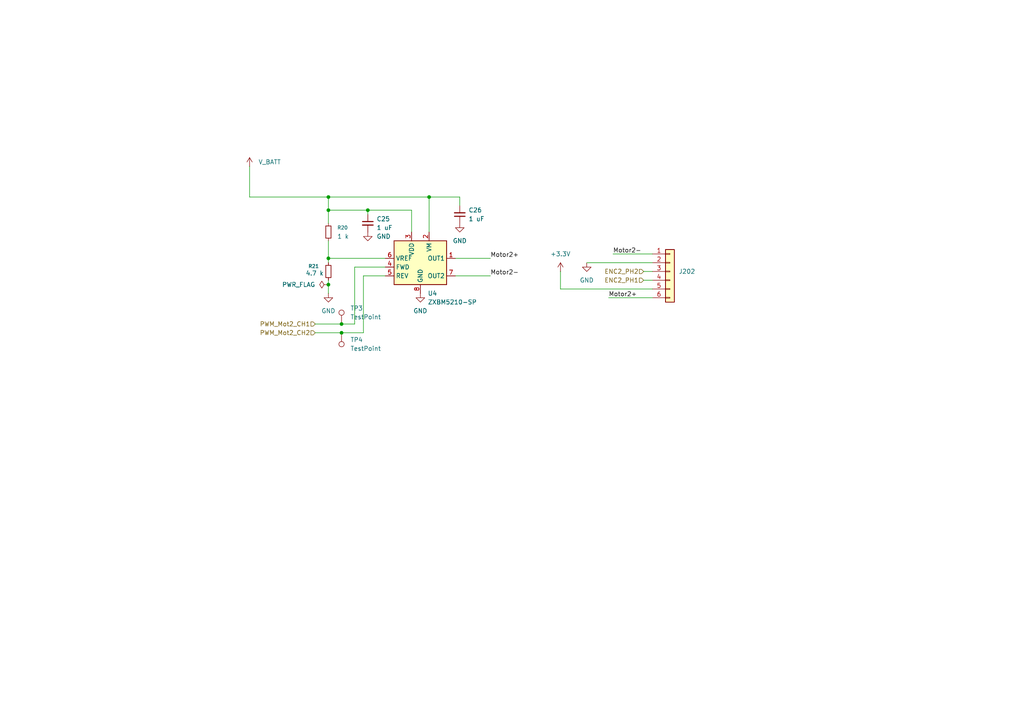
<source format=kicad_sch>
(kicad_sch (version 20250114) (generator "eeschema") (generator_version "9.0")
  (paper "A4")
  (lib_symbols
    (symbol "Connector:TestPoint" (pin_numbers (hide yes)) (pin_names (offset 0.762) (hide yes))
      (property "Reference" "TP" (at 0 6.858 0))
      (property "Value" "TestPoint" (at 0 5.08 0))
      (symbol "TestPoint_0_1"
        (circle (center 0 3.302) (radius 0.762))
      )
      (symbol "TestPoint_1_1"
        (pin passive line (at 0 0 90) (length 2.54) (name "1") (number "1"))
      )
    )
    (symbol "Connector_Generic:Conn_01x06" (pin_names (offset 1.016) (hide yes))
      (property "Reference" "J" (at 0 7.62 0))
      (property "Value" "Conn_01x06" (at 0 -10.16 0))
      (symbol "Conn_01x06_1_1"
        (rectangle (start -1.27 6.35) (end 1.27 -8.89) (stroke (width 0.254)) (fill (type background)))
        (rectangle (start -1.27 5.207) (end 0 4.953) (stroke (width 0.1524)))
        (rectangle (start -1.27 2.667) (end 0 2.413) (stroke (width 0.1524)))
        (rectangle (start -1.27 0.127) (end 0 -0.127) (stroke (width 0.1524)))
        (rectangle (start -1.27 -2.413) (end 0 -2.667) (stroke (width 0.1524)))
        (rectangle (start -1.27 -4.953) (end 0 -5.207) (stroke (width 0.1524)))
        (rectangle (start -1.27 -7.493) (end 0 -7.747) (stroke (width 0.1524)))
        (pin passive line (at -5.08 5.08 0) (length 3.81) (name "Pin_1") (number "1"))
        (pin passive line (at -5.08 2.54 0) (length 3.81) (name "Pin_2") (number "2"))
        (pin passive line (at -5.08 0 0) (length 3.81) (name "Pin_3") (number "3"))
        (pin passive line (at -5.08 -2.54 0) (length 3.81) (name "Pin_4") (number "4"))
        (pin passive line (at -5.08 -5.08 0) (length 3.81) (name "Pin_5") (number "5"))
        (pin passive line (at -5.08 -7.62 0) (length 3.81) (name "Pin_6") (number "6"))
      )
    )
    (symbol "Device:C_Small" (pin_numbers (hide yes)) (pin_names (offset 0.254) (hide yes))
      (property "Reference" "C" (at 0.254 1.778 0))
      (property "Value" "C_Small" (at 0.254 -2.032 0))
      (symbol "C_Small_0_1"
        (polyline (pts (xy -1.524 0.508) (xy 1.524 0.508)) (stroke (width 0.3048)))
        (polyline (pts (xy -1.524 -0.508) (xy 1.524 -0.508)) (stroke (width 0.3302)))
      )
      (symbol "C_Small_1_1"
        (pin passive line (at 0 2.54 270) (length 2.032) (name "~") (number "1"))
        (pin passive line (at 0 -2.54 90) (length 2.032) (name "~") (number "2"))
      )
    )
    (symbol "Device:R_Small" (pin_numbers (hide yes)) (pin_names (offset 0.254) (hide yes))
      (property "Reference" "R" (at 0 0 90))
      (property "Value" "R_Small" (at 1.778 0 90))
      (symbol "R_Small_0_1"
        (rectangle (start -0.762 1.778) (end 0.762 -1.778) (stroke (width 0.2032)))
      )
      (symbol "R_Small_1_1"
        (pin passive line (at 0 2.54 270) (length 0.762) (name "~") (number "1"))
        (pin passive line (at 0 -2.54 90) (length 0.762) (name "~") (number "2"))
      )
    )
    (symbol "Driver_Motor:ZXBM5210-SP"
      (property "Reference" "U" (at -7.62 8.89 0))
      (property "Value" "ZXBM5210-SP" (at 10.16 8.89 0))
      (symbol "ZXBM5210-SP_0_0"
        (pin input line (at -10.16 2.54 0) (length 2.54) (name "VREF") (number "6"))
        (pin input line (at -10.16 0 0) (length 2.54) (name "FWD") (number "4"))
        (pin input line (at -10.16 -2.54 0) (length 2.54) (name "REV") (number "5"))
        (pin power_in line (at -2.54 10.16 270) (length 2.54) (name "VDD") (number "3"))
        (pin power_in line (at 0 -7.62 90) (length 2.54) (name "GND") (number "8"))
        (pin passive line (at 0 -7.62 90) (length 2.54) (hide yes) (name "GND") (number "9"))
        (pin power_in line (at 2.54 10.16 270) (length 2.54) (name "VM") (number "2"))
        (pin output line (at 10.16 2.54 180) (length 2.54) (name "OUT1") (number "1"))
        (pin output line (at 10.16 -2.54 180) (length 2.54) (name "OUT2") (number "7"))
      )
      (symbol "ZXBM5210-SP_0_1"
        (rectangle (start -7.62 7.62) (end 7.62 -5.08) (stroke (width 0.254)) (fill (type background)))
      )
    )
    (symbol "power:+3.3V" (power) (pin_numbers (hide yes)) (pin_names (offset 0) (hide yes))
      (property "Value" "+3.3V" (at 0 3.556 0))
      (symbol "+3.3V_0_1"
        (polyline (pts (xy -0.762 1.27) (xy 0 2.54)))
        (polyline (pts (xy 0 2.54) (xy 0.762 1.27)))
        (polyline (pts (xy 0 0) (xy 0 2.54)))
      )
      (symbol "+3.3V_1_1"
        (pin power_in line (at 0 0 90) (length 0) (name "~") (number "1"))
      )
    )
    (symbol "power:+7.5V" (power) (pin_numbers (hide yes)) (pin_names (offset 0) (hide yes))
      (property "Value" "+7.5V" (at 0 3.556 0))
      (symbol "+7.5V_0_1"
        (polyline (pts (xy -0.762 1.27) (xy 0 2.54)))
        (polyline (pts (xy 0 2.54) (xy 0.762 1.27)))
        (polyline (pts (xy 0 0) (xy 0 2.54)))
      )
      (symbol "+7.5V_1_1"
        (pin power_in line (at 0 0 90) (length 0) (name "~") (number "1"))
      )
    )
    (symbol "power:GND" (power) (pin_numbers (hide yes)) (pin_names (offset 0) (hide yes))
      (property "Value" "GND" (at 0 -3.81 0))
      (symbol "GND_0_1"
        (polyline (pts (xy 0 0) (xy 0 -1.27) (xy 1.27 -1.27) (xy 0 -2.54) (xy -1.27 -1.27) (xy 0 -1.27)))
      )
      (symbol "GND_1_1"
        (pin power_in line (at 0 0 270) (length 0) (name "~") (number "1"))
      )
    )
    (symbol "power:PWR_FLAG" (power) (pin_numbers (hide yes)) (pin_names (offset 0) (hide yes))
      (property "Value" "PWR_FLAG" (at 0 3.81 0))
      (symbol "PWR_FLAG_0_0"
        (pin power_out line (at 0 0 90) (length 0) (name "~") (number "1"))
      )
      (symbol "PWR_FLAG_0_1"
        (polyline (pts (xy 0 0) (xy 0 1.27) (xy -1.016 1.905) (xy 0 2.54) (xy 1.016 1.905) (xy 0 1.27)))
      )
    )
  )
  (junction (at 95.25 74.93))
  (junction (at 99.06 96.52))
  (junction (at 124.46 57.15))
  (junction (at 99.06 93.98))
  (junction (at 95.25 57.15))
  (junction (at 95.25 82.55))
  (junction (at 106.68 60.96))
  (junction (at 95.25 60.96))
  (wire (pts (xy 176.53 86.36) (xy 189.23 86.36)))
  (wire (pts (xy 95.25 81.28) (xy 95.25 82.55)))
  (wire (pts (xy 95.25 69.85) (xy 95.25 74.93)))
  (wire (pts (xy 95.25 60.96) (xy 106.68 60.96)))
  (wire (pts (xy 102.87 93.98) (xy 102.87 77.47)))
  (wire (pts (xy 95.25 60.96) (xy 95.25 64.77)))
  (wire (pts (xy 91.44 96.52) (xy 99.06 96.52)))
  (wire (pts (xy 124.46 57.15) (xy 133.35 57.15)))
  (wire (pts (xy 99.06 96.52) (xy 105.41 96.52)))
  (wire (pts (xy 142.24 74.93) (xy 132.08 74.93)))
  (wire (pts (xy 106.68 60.96) (xy 119.38 60.96)))
  (wire (pts (xy 102.87 77.47) (xy 111.76 77.47)))
  (wire (pts (xy 95.25 82.55) (xy 95.25 85.09)))
  (wire (pts (xy 95.25 57.15) (xy 95.25 60.96)))
  (wire (pts (xy 95.25 74.93) (xy 95.25 76.2)))
  (wire (pts (xy 133.35 57.15) (xy 133.35 59.69)))
  (wire (pts (xy 106.68 60.96) (xy 106.68 62.23)))
  (wire (pts (xy 105.41 96.52) (xy 105.41 80.01)))
  (wire (pts (xy 91.44 93.98) (xy 99.06 93.98)))
  (wire (pts (xy 95.25 74.93) (xy 111.76 74.93)))
  (wire (pts (xy 105.41 80.01) (xy 111.76 80.01)))
  (wire (pts (xy 186.69 78.74) (xy 189.23 78.74)))
  (wire (pts (xy 162.56 83.82) (xy 162.56 78.74)))
  (wire (pts (xy 72.39 48.26) (xy 72.39 57.15)))
  (wire (pts (xy 72.39 57.15) (xy 95.25 57.15)))
  (wire (pts (xy 132.08 80.01) (xy 142.24 80.01)))
  (wire (pts (xy 177.8 73.66) (xy 189.23 73.66)))
  (wire (pts (xy 162.56 83.82) (xy 189.23 83.82)))
  (wire (pts (xy 189.23 76.2) (xy 170.18 76.2)))
  (wire (pts (xy 124.46 57.15) (xy 95.25 57.15)))
  (wire (pts (xy 124.46 57.15) (xy 124.46 67.31)))
  (wire (pts (xy 99.06 93.98) (xy 102.87 93.98)))
  (wire (pts (xy 119.38 60.96) (xy 119.38 67.31)))
  (wire (pts (xy 186.69 81.28) (xy 189.23 81.28)))
  (label "Motor2+" (at 176.53 86.36 0))
  (label "Motor2-" (at 142.24 80.01 0))
  (label "Motor2-" (at 177.8 73.66 0))
  (label "Motor2+" (at 142.24 74.93 0))
  (hierarchical_label "PWM_Mot2_CH2" (shape input) (at 91.44 96.52 180))
  (hierarchical_label "ENC2_PH1" (shape input) (at 186.69 81.28 180))
  (hierarchical_label "PWM_Mot2_CH1" (shape input) (at 91.44 93.98 180))
  (hierarchical_label "ENC2_PH2" (shape input) (at 186.69 78.74 180))
  (symbol (lib_id "power:GND") (at 121.92 85.09 0) (unit 1)
    (property "Reference" "#PWR029" (effects (hide yes)))
    (property "Value" "GND" (at 121.92 90.17 0))
    (property "Description" "Power symbol creates a global label with name \"GND\" , ground" (effects (hide yes)))
  )
  (symbol (lib_id "Device:R_Small") (at 95.25 67.31 0) (unit 1)
    (property "Reference" "R20" (at 97.79 66.0399 0) (effects (font (size 1.016 1.016)) (justify left)))
    (property "Value" "1 k" (at 97.79 68.5799 0) (effects (justify left)))
    (property "Description" "Resistor, small symbol" (effects (hide yes)))
  )
  (symbol (lib_id "power:GND") (at 170.18 76.2 0) (unit 1)
    (property "Reference" "#PWR0220" (effects (hide yes)))
    (property "Value" "GND" (at 170.18 81.28 0))
    (property "Description" "Power symbol creates a global label with name \"GND\" , ground" (effects (hide yes)))
  )
  (symbol (lib_id "power:+7.5V") (at 72.39 48.26 0) (unit 1)
    (property "Reference" "#PWR02" (effects (hide yes)))
    (property "Value" "V_BATT" (at 74.93 46.9899 0) (effects (justify left)))
    (property "Description" "Power symbol creates a global label with name \"+7.5V\"" (effects (hide yes)))
  )
  (symbol (lib_id "Connector:TestPoint") (at 99.06 96.52 180) (unit 1)
    (property "Reference" "TP4" (at 101.6 98.5519 0) (effects (justify right)))
    (property "Value" "TestPoint" (at 101.6 101.0919 0) (effects (justify right)))
    (property "Footprint" "TestPoint:TestPoint_Pad_D1.5mm" (effects (hide yes)))
    (property "Description" "test point" (effects (hide yes)))
  )
  (symbol (lib_id "power:GND") (at 106.68 67.31 0) (unit 1)
    (property "Reference" "#PWR028" (effects (hide yes)))
    (property "Value" "GND" (at 109.22 68.5799 0) (effects (justify left)))
    (property "Description" "Power symbol creates a global label with name \"GND\" , ground" (effects (hide yes)))
  )
  (symbol (lib_id "Connector:TestPoint") (at 99.06 93.98 0) (unit 1)
    (property "Reference" "TP3" (at 101.6 89.4079 0) (effects (justify left)))
    (property "Value" "TestPoint" (at 101.6 91.9479 0) (effects (justify left)))
    (property "Footprint" "TestPoint:TestPoint_Pad_D1.5mm" (effects (hide yes)))
    (property "Description" "test point" (effects (hide yes)))
  )
  (symbol (lib_id "power:GND") (at 133.35 64.77 0) (unit 1)
    (property "Reference" "#PWR030" (effects (hide yes)))
    (property "Value" "GND" (at 133.35 69.85 0))
    (property "Description" "Power symbol creates a global label with name \"GND\" , ground" (effects (hide yes)))
  )
  (symbol (lib_id "power:PWR_FLAG") (at 95.25 82.55 90) (unit 1)
    (property "Reference" "#FLG07" (effects (hide yes)))
    (property "Value" "PWR_FLAG" (at 91.44 82.5499 90) (effects (justify left)))
    (property "Description" "Special symbol for telling ERC where power comes from" (effects (hide yes)))
  )
  (symbol (lib_id "power:GND") (at 95.25 85.09 0) (unit 1)
    (property "Reference" "#PWR027" (effects (hide yes)))
    (property "Value" "GND" (at 95.25 90.17 0))
    (property "Description" "Power symbol creates a global label with name \"GND\" , ground" (effects (hide yes)))
  )
  (symbol (lib_id "power:+3.3V") (at 162.56 78.74 0) (unit 1)
    (property "Reference" "#PWR0219" (effects (hide yes)))
    (property "Value" "+3.3V" (at 162.56 73.66 0))
  )
  (symbol (lib_id "Connector_Generic:Conn_01x06") (at 194.31 78.74 0) (unit 1)
    (property "Reference" "J202" (at 196.85 78.74 0) (effects (justify left)))
    (property "Value" "Conn_01x06" (effects (hide yes)))
    (property "Footprint" "Connector_JST:JST_XH_S6B-XH-A_1x06_P2.50mm_Horizontal" (effects (hide yes)))
    (property "Description" "Generic connector, single row, 01x06, script generated (kicad-library-utils/schlib/autogen/connector/)" (effects (hide yes)))
  )
  (symbol (lib_id "Driver_Motor:ZXBM5210-SP") (at 121.92 77.47 0) (unit 1)
    (property "Reference" "U4" (at 124.0633 85.09 0) (effects (justify left)))
    (property "Value" "ZXBM5210-SP" (at 124.0633 87.63 0) (effects (justify left)))
    (property "Footprint" "Package_SO:Diodes_SO-8EP" (effects (hide yes)))
    (property "Datasheet" "https://www.diodes.com/assets/Datasheets/ZXBM5210.pdf" (effects (hide yes)))
    (property "Description" "Reversible DC motor drive with speed control, 3-18V, 0.85A, SOIC-8EP" (effects (hide yes)))
  )
  (symbol (lib_id "Device:R_Small") (at 95.25 78.74 0) (unit 1)
    (property "Reference" "R21" (at 89.408 77.216 0) (effects (font (size 1.016 1.016)) (justify left)))
    (property "Value" "4.7 k" (at 88.646 79.248 0) (effects (justify left)))
    (property "Description" "Resistor, small symbol" (effects (hide yes)))
  )
  (symbol (lib_id "Device:C_Small") (at 133.35 62.23 180) (unit 1)
    (property "Reference" "C26" (at 135.89 60.9535 0) (effects (justify right)))
    (property "Value" "1 uF" (at 135.89 63.4935 0) (effects (justify right)))
    (property "Description" "Unpolarized capacitor, small symbol" (effects (hide yes)))
  )
  (symbol (lib_id "Device:C_Small") (at 106.68 64.77 0) (unit 1)
    (property "Reference" "C25" (at 109.22 63.5062 0) (effects (justify left)))
    (property "Value" "1 uF" (at 109.22 66.0462 0) (effects (justify left)))
    (property "Description" "Unpolarized capacitor, small symbol" (effects (hide yes)))
  )
)
</source>
